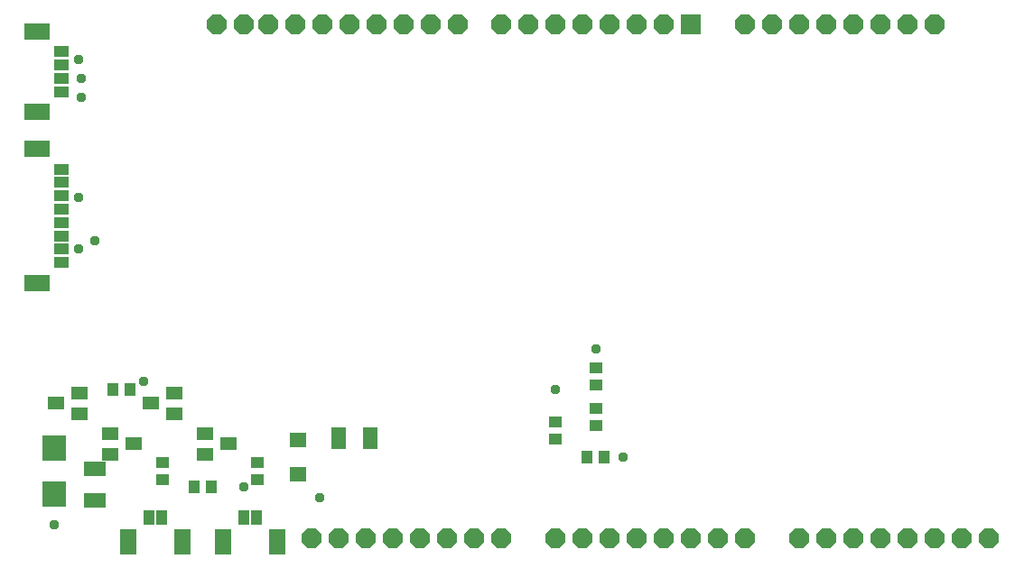
<source format=gbr>
G04 EAGLE Gerber RS-274X export*
G75*
%MOMM*%
%FSLAX34Y34*%
%LPD*%
%INSoldermask Top*%
%IPPOS*%
%AMOC8*
5,1,8,0,0,1.08239X$1,22.5*%
G01*
G04 Define Apertures*
%ADD10P,2.03446X8X22.5*%
%ADD11R,1.879600X1.879600*%
%ADD12R,2.327100X2.487300*%
%ADD13R,1.564400X1.317800*%
%ADD14R,1.603200X1.203200*%
%ADD15R,1.001900X1.177100*%
%ADD16R,1.177100X1.001900*%
%ADD17R,1.003200X1.403200*%
%ADD18R,1.503200X2.353200*%
%ADD19R,1.403200X1.003200*%
%ADD20R,2.353200X1.503200*%
%ADD21R,2.018500X1.367800*%
%ADD22R,1.367800X2.018500*%
%ADD23C,0.959600*%
D10*
X533400Y508000D03*
X508000Y25400D03*
X558800Y508000D03*
X584200Y508000D03*
X609600Y508000D03*
D11*
X635000Y508000D03*
D10*
X508000Y508000D03*
X482600Y508000D03*
X457200Y508000D03*
X416560Y508000D03*
X391160Y508000D03*
X365760Y508000D03*
X340360Y508000D03*
X314960Y508000D03*
X289560Y508000D03*
X264160Y508000D03*
X238760Y508000D03*
X533400Y25400D03*
X558800Y25400D03*
X584200Y25400D03*
X609600Y25400D03*
X635000Y25400D03*
X457200Y25400D03*
X431800Y25400D03*
X406400Y25400D03*
X381000Y25400D03*
X355600Y25400D03*
X330200Y25400D03*
X685800Y508000D03*
X711200Y508000D03*
X736600Y508000D03*
X762000Y508000D03*
X787400Y508000D03*
X812800Y508000D03*
X838200Y508000D03*
X863600Y508000D03*
X660400Y25400D03*
X685800Y25400D03*
X736600Y25400D03*
X762000Y25400D03*
X787400Y25400D03*
X812800Y25400D03*
X838200Y25400D03*
X863600Y25400D03*
X889000Y25400D03*
X914400Y25400D03*
X215900Y508000D03*
X190500Y508000D03*
X304800Y25400D03*
X279400Y25400D03*
D12*
X38100Y110541D03*
X38100Y67259D03*
D13*
X266700Y117604D03*
X266700Y85596D03*
D14*
X39800Y152400D03*
X61800Y161900D03*
X61800Y142900D03*
X128700Y152400D03*
X150700Y161900D03*
X150700Y142900D03*
D15*
X185952Y73660D03*
X169648Y73660D03*
X109752Y165100D03*
X93448Y165100D03*
D16*
X139700Y80748D03*
X139700Y97052D03*
X228600Y80748D03*
X228600Y97052D03*
D17*
X215900Y45130D03*
X228400Y45130D03*
D18*
X196900Y22180D03*
X247400Y22180D03*
D17*
X127000Y45130D03*
X139500Y45130D03*
D18*
X108000Y22180D03*
X158500Y22180D03*
D19*
X45130Y372170D03*
X45130Y359670D03*
X45130Y347170D03*
X45130Y334670D03*
X45130Y322170D03*
X45130Y309670D03*
X45130Y297170D03*
X45130Y284670D03*
D20*
X22180Y391170D03*
X22180Y265670D03*
D16*
X508000Y118848D03*
X508000Y135152D03*
D15*
X554252Y101600D03*
X537948Y101600D03*
D19*
X45130Y482600D03*
X45130Y470100D03*
X45130Y457600D03*
X45130Y445100D03*
D20*
X22180Y501600D03*
X22180Y426100D03*
D16*
X546100Y169648D03*
X546100Y185952D03*
X546100Y131548D03*
X546100Y147852D03*
D21*
X76200Y90954D03*
X76200Y61446D03*
D22*
X334794Y119380D03*
X305286Y119380D03*
D14*
X112600Y114300D03*
X90600Y104800D03*
X90600Y123800D03*
X201500Y114300D03*
X179500Y104800D03*
X179500Y123800D03*
D23*
X215900Y73660D03*
X38100Y38100D03*
X121920Y172720D03*
X287020Y63500D03*
X60960Y474980D03*
X63500Y439420D03*
X60960Y345440D03*
X60960Y297180D03*
X571500Y101600D03*
X76200Y304800D03*
X508000Y165100D03*
X63500Y457200D03*
X546100Y203200D03*
M02*

</source>
